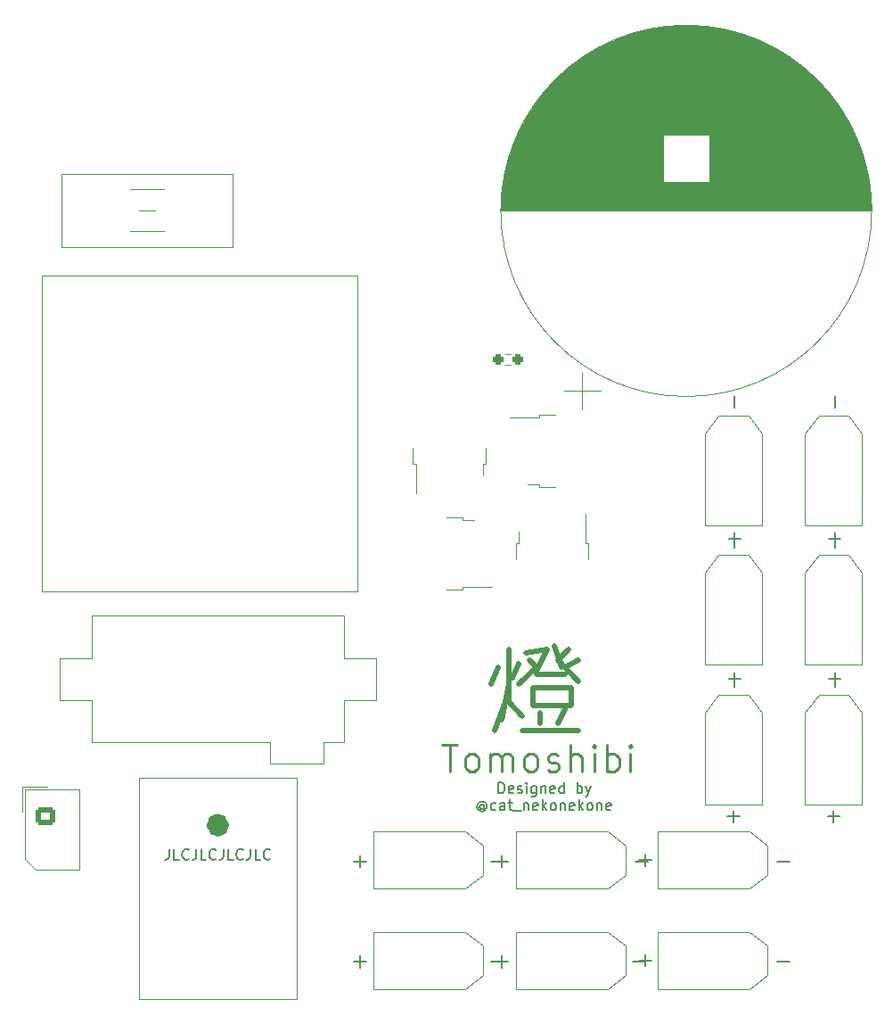
<source format=gbr>
%TF.GenerationSoftware,KiCad,Pcbnew,(6.0.11)*%
%TF.CreationDate,2024-02-29T08:21:51+09:00*%
%TF.ProjectId,LargePW,4c617267-6550-4572-9e6b-696361645f70,rev?*%
%TF.SameCoordinates,Original*%
%TF.FileFunction,Legend,Top*%
%TF.FilePolarity,Positive*%
%FSLAX46Y46*%
G04 Gerber Fmt 4.6, Leading zero omitted, Abs format (unit mm)*
G04 Created by KiCad (PCBNEW (6.0.11)) date 2024-02-29 08:21:51*
%MOMM*%
%LPD*%
G01*
G04 APERTURE LIST*
G04 Aperture macros list*
%AMRoundRect*
0 Rectangle with rounded corners*
0 $1 Rounding radius*
0 $2 $3 $4 $5 $6 $7 $8 $9 X,Y pos of 4 corners*
0 Add a 4 corners polygon primitive as box body*
4,1,4,$2,$3,$4,$5,$6,$7,$8,$9,$2,$3,0*
0 Add four circle primitives for the rounded corners*
1,1,$1+$1,$2,$3*
1,1,$1+$1,$4,$5*
1,1,$1+$1,$6,$7*
1,1,$1+$1,$8,$9*
0 Add four rect primitives between the rounded corners*
20,1,$1+$1,$2,$3,$4,$5,0*
20,1,$1+$1,$4,$5,$6,$7,0*
20,1,$1+$1,$6,$7,$8,$9,0*
20,1,$1+$1,$8,$9,$2,$3,0*%
G04 Aperture macros list end*
%ADD10C,0.470000*%
%ADD11C,0.130000*%
%ADD12C,0.270000*%
%ADD13C,0.150000*%
%ADD14C,0.120000*%
%ADD15C,1.060000*%
%ADD16O,9.000000X3.500000*%
%ADD17O,3.500000X9.000000*%
%ADD18R,3.800000X3.800000*%
%ADD19C,4.000000*%
%ADD20RoundRect,0.237500X0.250000X0.237500X-0.250000X0.237500X-0.250000X-0.237500X0.250000X-0.237500X0*%
%ADD21RoundRect,0.250000X-0.675000X0.600000X-0.675000X-0.600000X0.675000X-0.600000X0.675000X0.600000X0*%
%ADD22O,1.850000X1.700000*%
%ADD23C,2.780000*%
%ADD24R,2.200000X1.200000*%
%ADD25R,6.400000X5.800000*%
%ADD26O,4.000000X1.524000*%
%ADD27C,5.000000*%
%ADD28R,1.200000X2.200000*%
%ADD29R,5.800000X6.400000*%
%ADD30C,1.524000*%
%ADD31R,4.000000X4.000000*%
G04 APERTURE END LIST*
D10*
X135283333Y-116583333D02*
X137950000Y-116583333D01*
X134950000Y-119583333D02*
X138616666Y-119583333D01*
X133950000Y-121916666D02*
X139283333Y-121916666D01*
X134950000Y-117916666D02*
X134950000Y-119583333D01*
X134950000Y-117916666D02*
X138616666Y-117916666D01*
X138616666Y-119583333D01*
X132616666Y-114250000D02*
X132616666Y-119250000D01*
X133950000Y-120583333D01*
X137283333Y-115250000D02*
X139283333Y-117250000D01*
X139283333Y-115250000D02*
X137950000Y-115916666D01*
X134616666Y-115250000D02*
X135283333Y-115916666D01*
X133616666Y-117583333D01*
X138283333Y-114250000D02*
X137283333Y-115250000D01*
X135616666Y-120250000D02*
X135616666Y-121250000D01*
X136950000Y-113916666D02*
X137616666Y-115916666D01*
X137950000Y-119916666D02*
X137283333Y-121250000D01*
X133616666Y-115583333D02*
X132950000Y-116916666D01*
X132283333Y-119250000D02*
X131283333Y-121916666D01*
X134283333Y-114583333D02*
X136283333Y-114250000D01*
X135283333Y-116250000D01*
X131616666Y-115916666D02*
X130950000Y-117583333D01*
X132616666Y-117583333D02*
X131950000Y-120916666D01*
D11*
X131666666Y-127897380D02*
X131666666Y-126897380D01*
X131904761Y-126897380D01*
X132047619Y-126945000D01*
X132142857Y-127040238D01*
X132190476Y-127135476D01*
X132238095Y-127325952D01*
X132238095Y-127468809D01*
X132190476Y-127659285D01*
X132142857Y-127754523D01*
X132047619Y-127849761D01*
X131904761Y-127897380D01*
X131666666Y-127897380D01*
X133047619Y-127849761D02*
X132952380Y-127897380D01*
X132761904Y-127897380D01*
X132666666Y-127849761D01*
X132619047Y-127754523D01*
X132619047Y-127373571D01*
X132666666Y-127278333D01*
X132761904Y-127230714D01*
X132952380Y-127230714D01*
X133047619Y-127278333D01*
X133095238Y-127373571D01*
X133095238Y-127468809D01*
X132619047Y-127564047D01*
X133476190Y-127849761D02*
X133571428Y-127897380D01*
X133761904Y-127897380D01*
X133857142Y-127849761D01*
X133904761Y-127754523D01*
X133904761Y-127706904D01*
X133857142Y-127611666D01*
X133761904Y-127564047D01*
X133619047Y-127564047D01*
X133523809Y-127516428D01*
X133476190Y-127421190D01*
X133476190Y-127373571D01*
X133523809Y-127278333D01*
X133619047Y-127230714D01*
X133761904Y-127230714D01*
X133857142Y-127278333D01*
X134333333Y-127897380D02*
X134333333Y-127230714D01*
X134333333Y-126897380D02*
X134285714Y-126945000D01*
X134333333Y-126992619D01*
X134380952Y-126945000D01*
X134333333Y-126897380D01*
X134333333Y-126992619D01*
X135238095Y-127230714D02*
X135238095Y-128040238D01*
X135190476Y-128135476D01*
X135142857Y-128183095D01*
X135047619Y-128230714D01*
X134904761Y-128230714D01*
X134809523Y-128183095D01*
X135238095Y-127849761D02*
X135142857Y-127897380D01*
X134952380Y-127897380D01*
X134857142Y-127849761D01*
X134809523Y-127802142D01*
X134761904Y-127706904D01*
X134761904Y-127421190D01*
X134809523Y-127325952D01*
X134857142Y-127278333D01*
X134952380Y-127230714D01*
X135142857Y-127230714D01*
X135238095Y-127278333D01*
X135714285Y-127230714D02*
X135714285Y-127897380D01*
X135714285Y-127325952D02*
X135761904Y-127278333D01*
X135857142Y-127230714D01*
X136000000Y-127230714D01*
X136095238Y-127278333D01*
X136142857Y-127373571D01*
X136142857Y-127897380D01*
X137000000Y-127849761D02*
X136904761Y-127897380D01*
X136714285Y-127897380D01*
X136619047Y-127849761D01*
X136571428Y-127754523D01*
X136571428Y-127373571D01*
X136619047Y-127278333D01*
X136714285Y-127230714D01*
X136904761Y-127230714D01*
X137000000Y-127278333D01*
X137047619Y-127373571D01*
X137047619Y-127468809D01*
X136571428Y-127564047D01*
X137904761Y-127897380D02*
X137904761Y-126897380D01*
X137904761Y-127849761D02*
X137809523Y-127897380D01*
X137619047Y-127897380D01*
X137523809Y-127849761D01*
X137476190Y-127802142D01*
X137428571Y-127706904D01*
X137428571Y-127421190D01*
X137476190Y-127325952D01*
X137523809Y-127278333D01*
X137619047Y-127230714D01*
X137809523Y-127230714D01*
X137904761Y-127278333D01*
X139142857Y-127897380D02*
X139142857Y-126897380D01*
X139142857Y-127278333D02*
X139238095Y-127230714D01*
X139428571Y-127230714D01*
X139523809Y-127278333D01*
X139571428Y-127325952D01*
X139619047Y-127421190D01*
X139619047Y-127706904D01*
X139571428Y-127802142D01*
X139523809Y-127849761D01*
X139428571Y-127897380D01*
X139238095Y-127897380D01*
X139142857Y-127849761D01*
X139952380Y-127230714D02*
X140190476Y-127897380D01*
X140428571Y-127230714D02*
X140190476Y-127897380D01*
X140095238Y-128135476D01*
X140047619Y-128183095D01*
X139952380Y-128230714D01*
X130309523Y-129031190D02*
X130261904Y-128983571D01*
X130166666Y-128935952D01*
X130071428Y-128935952D01*
X129976190Y-128983571D01*
X129928571Y-129031190D01*
X129880952Y-129126428D01*
X129880952Y-129221666D01*
X129928571Y-129316904D01*
X129976190Y-129364523D01*
X130071428Y-129412142D01*
X130166666Y-129412142D01*
X130261904Y-129364523D01*
X130309523Y-129316904D01*
X130309523Y-128935952D02*
X130309523Y-129316904D01*
X130357142Y-129364523D01*
X130404761Y-129364523D01*
X130500000Y-129316904D01*
X130547619Y-129221666D01*
X130547619Y-128983571D01*
X130452380Y-128840714D01*
X130309523Y-128745476D01*
X130119047Y-128697857D01*
X129928571Y-128745476D01*
X129785714Y-128840714D01*
X129690476Y-128983571D01*
X129642857Y-129174047D01*
X129690476Y-129364523D01*
X129785714Y-129507380D01*
X129928571Y-129602619D01*
X130119047Y-129650238D01*
X130309523Y-129602619D01*
X130452380Y-129507380D01*
X131404761Y-129459761D02*
X131309523Y-129507380D01*
X131119047Y-129507380D01*
X131023809Y-129459761D01*
X130976190Y-129412142D01*
X130928571Y-129316904D01*
X130928571Y-129031190D01*
X130976190Y-128935952D01*
X131023809Y-128888333D01*
X131119047Y-128840714D01*
X131309523Y-128840714D01*
X131404761Y-128888333D01*
X132261904Y-129507380D02*
X132261904Y-128983571D01*
X132214285Y-128888333D01*
X132119047Y-128840714D01*
X131928571Y-128840714D01*
X131833333Y-128888333D01*
X132261904Y-129459761D02*
X132166666Y-129507380D01*
X131928571Y-129507380D01*
X131833333Y-129459761D01*
X131785714Y-129364523D01*
X131785714Y-129269285D01*
X131833333Y-129174047D01*
X131928571Y-129126428D01*
X132166666Y-129126428D01*
X132261904Y-129078809D01*
X132595238Y-128840714D02*
X132976190Y-128840714D01*
X132738095Y-128507380D02*
X132738095Y-129364523D01*
X132785714Y-129459761D01*
X132880952Y-129507380D01*
X132976190Y-129507380D01*
X133071428Y-129602619D02*
X133833333Y-129602619D01*
X134071428Y-128840714D02*
X134071428Y-129507380D01*
X134071428Y-128935952D02*
X134119047Y-128888333D01*
X134214285Y-128840714D01*
X134357142Y-128840714D01*
X134452380Y-128888333D01*
X134500000Y-128983571D01*
X134500000Y-129507380D01*
X135357142Y-129459761D02*
X135261904Y-129507380D01*
X135071428Y-129507380D01*
X134976190Y-129459761D01*
X134928571Y-129364523D01*
X134928571Y-128983571D01*
X134976190Y-128888333D01*
X135071428Y-128840714D01*
X135261904Y-128840714D01*
X135357142Y-128888333D01*
X135404761Y-128983571D01*
X135404761Y-129078809D01*
X134928571Y-129174047D01*
X135833333Y-129507380D02*
X135833333Y-128507380D01*
X135928571Y-129126428D02*
X136214285Y-129507380D01*
X136214285Y-128840714D02*
X135833333Y-129221666D01*
X136785714Y-129507380D02*
X136690476Y-129459761D01*
X136642857Y-129412142D01*
X136595238Y-129316904D01*
X136595238Y-129031190D01*
X136642857Y-128935952D01*
X136690476Y-128888333D01*
X136785714Y-128840714D01*
X136928571Y-128840714D01*
X137023809Y-128888333D01*
X137071428Y-128935952D01*
X137119047Y-129031190D01*
X137119047Y-129316904D01*
X137071428Y-129412142D01*
X137023809Y-129459761D01*
X136928571Y-129507380D01*
X136785714Y-129507380D01*
X137547619Y-128840714D02*
X137547619Y-129507380D01*
X137547619Y-128935952D02*
X137595238Y-128888333D01*
X137690476Y-128840714D01*
X137833333Y-128840714D01*
X137928571Y-128888333D01*
X137976190Y-128983571D01*
X137976190Y-129507380D01*
X138833333Y-129459761D02*
X138738095Y-129507380D01*
X138547619Y-129507380D01*
X138452380Y-129459761D01*
X138404761Y-129364523D01*
X138404761Y-128983571D01*
X138452380Y-128888333D01*
X138547619Y-128840714D01*
X138738095Y-128840714D01*
X138833333Y-128888333D01*
X138880952Y-128983571D01*
X138880952Y-129078809D01*
X138404761Y-129174047D01*
X139309523Y-129507380D02*
X139309523Y-128507380D01*
X139404761Y-129126428D02*
X139690476Y-129507380D01*
X139690476Y-128840714D02*
X139309523Y-129221666D01*
X140261904Y-129507380D02*
X140166666Y-129459761D01*
X140119047Y-129412142D01*
X140071428Y-129316904D01*
X140071428Y-129031190D01*
X140119047Y-128935952D01*
X140166666Y-128888333D01*
X140261904Y-128840714D01*
X140404761Y-128840714D01*
X140500000Y-128888333D01*
X140547619Y-128935952D01*
X140595238Y-129031190D01*
X140595238Y-129316904D01*
X140547619Y-129412142D01*
X140500000Y-129459761D01*
X140404761Y-129507380D01*
X140261904Y-129507380D01*
X141023809Y-128840714D02*
X141023809Y-129507380D01*
X141023809Y-128935952D02*
X141071428Y-128888333D01*
X141166666Y-128840714D01*
X141309523Y-128840714D01*
X141404761Y-128888333D01*
X141452380Y-128983571D01*
X141452380Y-129507380D01*
X142309523Y-129459761D02*
X142214285Y-129507380D01*
X142023809Y-129507380D01*
X141928571Y-129459761D01*
X141880952Y-129364523D01*
X141880952Y-128983571D01*
X141928571Y-128888333D01*
X142023809Y-128840714D01*
X142214285Y-128840714D01*
X142309523Y-128888333D01*
X142357142Y-128983571D01*
X142357142Y-129078809D01*
X141880952Y-129174047D01*
D12*
X126342857Y-123330952D02*
X127771428Y-123330952D01*
X127057142Y-125830952D02*
X127057142Y-123330952D01*
X128961904Y-125830952D02*
X128723809Y-125711904D01*
X128604761Y-125592857D01*
X128485714Y-125354761D01*
X128485714Y-124640476D01*
X128604761Y-124402380D01*
X128723809Y-124283333D01*
X128961904Y-124164285D01*
X129319047Y-124164285D01*
X129557142Y-124283333D01*
X129676190Y-124402380D01*
X129795238Y-124640476D01*
X129795238Y-125354761D01*
X129676190Y-125592857D01*
X129557142Y-125711904D01*
X129319047Y-125830952D01*
X128961904Y-125830952D01*
X130866666Y-125830952D02*
X130866666Y-124164285D01*
X130866666Y-124402380D02*
X130985714Y-124283333D01*
X131223809Y-124164285D01*
X131580952Y-124164285D01*
X131819047Y-124283333D01*
X131938095Y-124521428D01*
X131938095Y-125830952D01*
X131938095Y-124521428D02*
X132057142Y-124283333D01*
X132295238Y-124164285D01*
X132652380Y-124164285D01*
X132890476Y-124283333D01*
X133009523Y-124521428D01*
X133009523Y-125830952D01*
X134557142Y-125830952D02*
X134319047Y-125711904D01*
X134200000Y-125592857D01*
X134080952Y-125354761D01*
X134080952Y-124640476D01*
X134200000Y-124402380D01*
X134319047Y-124283333D01*
X134557142Y-124164285D01*
X134914285Y-124164285D01*
X135152380Y-124283333D01*
X135271428Y-124402380D01*
X135390476Y-124640476D01*
X135390476Y-125354761D01*
X135271428Y-125592857D01*
X135152380Y-125711904D01*
X134914285Y-125830952D01*
X134557142Y-125830952D01*
X136342857Y-125711904D02*
X136580952Y-125830952D01*
X137057142Y-125830952D01*
X137295238Y-125711904D01*
X137414285Y-125473809D01*
X137414285Y-125354761D01*
X137295238Y-125116666D01*
X137057142Y-124997619D01*
X136700000Y-124997619D01*
X136461904Y-124878571D01*
X136342857Y-124640476D01*
X136342857Y-124521428D01*
X136461904Y-124283333D01*
X136700000Y-124164285D01*
X137057142Y-124164285D01*
X137295238Y-124283333D01*
X138485714Y-125830952D02*
X138485714Y-123330952D01*
X139557142Y-125830952D02*
X139557142Y-124521428D01*
X139438095Y-124283333D01*
X139200000Y-124164285D01*
X138842857Y-124164285D01*
X138604761Y-124283333D01*
X138485714Y-124402380D01*
X140747619Y-125830952D02*
X140747619Y-124164285D01*
X140747619Y-123330952D02*
X140628571Y-123450000D01*
X140747619Y-123569047D01*
X140866666Y-123450000D01*
X140747619Y-123330952D01*
X140747619Y-123569047D01*
X141938095Y-125830952D02*
X141938095Y-123330952D01*
X141938095Y-124283333D02*
X142176190Y-124164285D01*
X142652380Y-124164285D01*
X142890476Y-124283333D01*
X143009523Y-124402380D01*
X143128571Y-124640476D01*
X143128571Y-125354761D01*
X143009523Y-125592857D01*
X142890476Y-125711904D01*
X142652380Y-125830952D01*
X142176190Y-125830952D01*
X141938095Y-125711904D01*
X144200000Y-125830952D02*
X144200000Y-124164285D01*
X144200000Y-123330952D02*
X144080952Y-123450000D01*
X144200000Y-123569047D01*
X144319047Y-123450000D01*
X144200000Y-123330952D01*
X144200000Y-123569047D01*
D13*
X100380952Y-133202380D02*
X100380952Y-133916666D01*
X100333333Y-134059523D01*
X100238095Y-134154761D01*
X100095238Y-134202380D01*
X100000000Y-134202380D01*
X101333333Y-134202380D02*
X100857142Y-134202380D01*
X100857142Y-133202380D01*
X102238095Y-134107142D02*
X102190476Y-134154761D01*
X102047619Y-134202380D01*
X101952380Y-134202380D01*
X101809523Y-134154761D01*
X101714285Y-134059523D01*
X101666666Y-133964285D01*
X101619047Y-133773809D01*
X101619047Y-133630952D01*
X101666666Y-133440476D01*
X101714285Y-133345238D01*
X101809523Y-133250000D01*
X101952380Y-133202380D01*
X102047619Y-133202380D01*
X102190476Y-133250000D01*
X102238095Y-133297619D01*
X102952380Y-133202380D02*
X102952380Y-133916666D01*
X102904761Y-134059523D01*
X102809523Y-134154761D01*
X102666666Y-134202380D01*
X102571428Y-134202380D01*
X103904761Y-134202380D02*
X103428571Y-134202380D01*
X103428571Y-133202380D01*
X104809523Y-134107142D02*
X104761904Y-134154761D01*
X104619047Y-134202380D01*
X104523809Y-134202380D01*
X104380952Y-134154761D01*
X104285714Y-134059523D01*
X104238095Y-133964285D01*
X104190476Y-133773809D01*
X104190476Y-133630952D01*
X104238095Y-133440476D01*
X104285714Y-133345238D01*
X104380952Y-133250000D01*
X104523809Y-133202380D01*
X104619047Y-133202380D01*
X104761904Y-133250000D01*
X104809523Y-133297619D01*
X105523809Y-133202380D02*
X105523809Y-133916666D01*
X105476190Y-134059523D01*
X105380952Y-134154761D01*
X105238095Y-134202380D01*
X105142857Y-134202380D01*
X106476190Y-134202380D02*
X106000000Y-134202380D01*
X106000000Y-133202380D01*
X107380952Y-134107142D02*
X107333333Y-134154761D01*
X107190476Y-134202380D01*
X107095238Y-134202380D01*
X106952380Y-134154761D01*
X106857142Y-134059523D01*
X106809523Y-133964285D01*
X106761904Y-133773809D01*
X106761904Y-133630952D01*
X106809523Y-133440476D01*
X106857142Y-133345238D01*
X106952380Y-133250000D01*
X107095238Y-133202380D01*
X107190476Y-133202380D01*
X107333333Y-133250000D01*
X107380952Y-133297619D01*
X108095238Y-133202380D02*
X108095238Y-133916666D01*
X108047619Y-134059523D01*
X107952380Y-134154761D01*
X107809523Y-134202380D01*
X107714285Y-134202380D01*
X109047619Y-134202380D02*
X108571428Y-134202380D01*
X108571428Y-133202380D01*
X109952380Y-134107142D02*
X109904761Y-134154761D01*
X109761904Y-134202380D01*
X109666666Y-134202380D01*
X109523809Y-134154761D01*
X109428571Y-134059523D01*
X109380952Y-133964285D01*
X109333333Y-133773809D01*
X109333333Y-133630952D01*
X109380952Y-133440476D01*
X109428571Y-133345238D01*
X109523809Y-133250000D01*
X109666666Y-133202380D01*
X109761904Y-133202380D01*
X109904761Y-133250000D01*
X109952380Y-133297619D01*
%TO.C,J2*%
X117928571Y-134357141D02*
X119071428Y-134357141D01*
X118500000Y-134928570D02*
X118500000Y-133785713D01*
X130928571Y-134357141D02*
X132071428Y-134357141D01*
%TO.C,J12*%
X154107142Y-104571428D02*
X154107142Y-103428571D01*
X154107142Y-117571428D02*
X154107142Y-116428571D01*
X154678571Y-117000000D02*
X153535714Y-117000000D01*
%TO.C,J3*%
X117928571Y-143857142D02*
X119071428Y-143857142D01*
X118500000Y-144428571D02*
X118500000Y-143285714D01*
X130928571Y-143857142D02*
X132071428Y-143857142D01*
%TO.C,J6*%
X154107142Y-91321428D02*
X154107142Y-90178571D01*
X154107142Y-104321428D02*
X154107142Y-103178571D01*
X154678571Y-103750000D02*
X153535714Y-103750000D01*
%TO.C,J9*%
X145607142Y-144321428D02*
X145607142Y-143178571D01*
X146178571Y-143750000D02*
X145035714Y-143750000D01*
X158178571Y-143857142D02*
X159321428Y-143857142D01*
%TO.C,J7*%
X163607142Y-91321428D02*
X163607142Y-90178571D01*
X163607142Y-104321428D02*
X163607142Y-103178571D01*
X164178571Y-103750000D02*
X163035714Y-103750000D01*
%TO.C,J4*%
X144678571Y-134357142D02*
X145821428Y-134357142D01*
X131428571Y-134357142D02*
X132571428Y-134357142D01*
X132000000Y-134928571D02*
X132000000Y-133785714D01*
%TO.C,J10*%
X153428571Y-130107142D02*
X154571428Y-130107142D01*
X154000000Y-130678571D02*
X154000000Y-129535714D01*
X154107142Y-117821428D02*
X154107142Y-116678571D01*
%TO.C,J11*%
X162928571Y-130107142D02*
X164071428Y-130107142D01*
X163500000Y-130678571D02*
X163500000Y-129535714D01*
X163607142Y-117821428D02*
X163607142Y-116678571D01*
%TO.C,J5*%
X144428571Y-143857142D02*
X145571428Y-143857142D01*
X131428571Y-143857143D02*
X132571428Y-143857143D01*
X132000000Y-144428572D02*
X132000000Y-143285715D01*
%TO.C,J13*%
X163607142Y-117571428D02*
X163607142Y-116428571D01*
X164178571Y-117000000D02*
X163035714Y-117000000D01*
X163607142Y-104571428D02*
X163607142Y-103428571D01*
%TO.C,J8*%
X158178571Y-134357142D02*
X159321428Y-134357142D01*
X145607142Y-134821428D02*
X145607142Y-133678571D01*
X146178571Y-134250000D02*
X145035714Y-134250000D01*
D14*
%TO.C,K1*%
X88250000Y-78750000D02*
X118250000Y-78750000D01*
X118250000Y-78750000D02*
X118250000Y-108750000D01*
X118250000Y-108750000D02*
X88250000Y-108750000D01*
X88250000Y-108750000D02*
X88250000Y-78750000D01*
%TO.C,J2*%
X128510000Y-131539999D02*
X119790000Y-131539999D01*
X119790000Y-136959999D02*
X119790000Y-131539999D01*
X130210000Y-135659999D02*
X130210000Y-132839999D01*
X128510000Y-136959999D02*
X119790000Y-136959999D01*
X130210000Y-132839999D02*
X128510000Y-131539999D01*
X130210000Y-135659999D02*
X128510000Y-136959999D01*
%TO.C,J12*%
X151290000Y-106990000D02*
X151290000Y-115710000D01*
X156710000Y-106990000D02*
X156710000Y-115710000D01*
X155410000Y-105290000D02*
X152590000Y-105290000D01*
X156710000Y-115710000D02*
X151290000Y-115710000D01*
X152590000Y-105290000D02*
X151290000Y-106990000D01*
X155410000Y-105290000D02*
X156710000Y-106990000D01*
%TO.C,J3*%
X128510000Y-146460000D02*
X119790000Y-146460000D01*
X119790000Y-146460000D02*
X119790000Y-141040000D01*
X130210000Y-142340000D02*
X128510000Y-141040000D01*
X130210000Y-145160000D02*
X128510000Y-146460000D01*
X128510000Y-141040000D02*
X119790000Y-141040000D01*
X130210000Y-145160000D02*
X130210000Y-142340000D01*
%TO.C,J6*%
X156710000Y-102460000D02*
X151290000Y-102460000D01*
X152590000Y-92040000D02*
X151290000Y-93740000D01*
X155410000Y-92040000D02*
X156710000Y-93740000D01*
X151290000Y-93740000D02*
X151290000Y-102460000D01*
X156710000Y-93740000D02*
X156710000Y-102460000D01*
X155410000Y-92040000D02*
X152590000Y-92040000D01*
%TO.C,R7*%
X132842224Y-86227500D02*
X132332776Y-86227500D01*
X132842224Y-87272500D02*
X132332776Y-87272500D01*
%TO.C,J1*%
X91810000Y-135160000D02*
X91810000Y-127540000D01*
X87690000Y-135160000D02*
X91810000Y-135160000D01*
X86690000Y-134160000D02*
X87690000Y-135160000D01*
X86690000Y-127540000D02*
X86690000Y-134160000D01*
X86390000Y-127240000D02*
X86390000Y-129650000D01*
X88800000Y-127240000D02*
X86390000Y-127240000D01*
X91810000Y-127540000D02*
X86690000Y-127540000D01*
%TO.C,J9*%
X155510000Y-146460000D02*
X146790000Y-146460000D01*
X157210000Y-145160000D02*
X157210000Y-142340000D01*
X157210000Y-142340000D02*
X155510000Y-141040000D01*
X146790000Y-146460000D02*
X146790000Y-141040000D01*
X155510000Y-141040000D02*
X146790000Y-141040000D01*
X157210000Y-145160000D02*
X155510000Y-146460000D01*
%TO.C,J7*%
X164910000Y-92040000D02*
X162090000Y-92040000D01*
X166210000Y-102460000D02*
X160790000Y-102460000D01*
X160790000Y-93740000D02*
X160790000Y-102460000D01*
X162090000Y-92040000D02*
X160790000Y-93740000D01*
X164910000Y-92040000D02*
X166210000Y-93740000D01*
X166210000Y-93740000D02*
X166210000Y-102460000D01*
%TO.C,J4*%
X143710000Y-135660000D02*
X142010000Y-136960000D01*
X133290000Y-136960000D02*
X133290000Y-131540000D01*
X143710000Y-135660000D02*
X143710000Y-132840000D01*
X142010000Y-136960000D02*
X133290000Y-136960000D01*
X142010000Y-131540000D02*
X133290000Y-131540000D01*
X143710000Y-132840000D02*
X142010000Y-131540000D01*
%TO.C,F1*%
X99890000Y-74550000D02*
X96690000Y-74550000D01*
X96690000Y-70550000D02*
X99890000Y-70550000D01*
X106390000Y-76020000D02*
X106390000Y-69080000D01*
X90190000Y-69080000D02*
X90190000Y-76020000D01*
X99040000Y-72550000D02*
X97540000Y-72550000D01*
X106390000Y-69080000D02*
X90190000Y-69080000D01*
X90190000Y-76020000D02*
X106390000Y-76020000D01*
%TO.C,J10*%
X156710000Y-120240000D02*
X156710000Y-128960000D01*
X156710000Y-128960000D02*
X151290000Y-128960000D01*
X151290000Y-120240000D02*
X151290000Y-128960000D01*
X155410000Y-118540000D02*
X156710000Y-120240000D01*
X155410000Y-118540000D02*
X152590000Y-118540000D01*
X152590000Y-118540000D02*
X151290000Y-120240000D01*
%TO.C,J11*%
X166210000Y-120240000D02*
X166210000Y-128960000D01*
X164910000Y-118540000D02*
X166210000Y-120240000D01*
X160790000Y-120240000D02*
X160790000Y-128960000D01*
X164910000Y-118540000D02*
X162090000Y-118540000D01*
X166210000Y-128960000D02*
X160790000Y-128960000D01*
X162090000Y-118540000D02*
X160790000Y-120240000D01*
%TO.C,J5*%
X143710000Y-142340001D02*
X142010000Y-141040001D01*
X142010000Y-141040001D02*
X133290000Y-141040001D01*
X133290000Y-146460001D02*
X133290000Y-141040001D01*
X143710000Y-145160001D02*
X143710000Y-142340001D01*
X143710000Y-145160001D02*
X142010000Y-146460001D01*
X142010000Y-146460001D02*
X133290000Y-146460001D01*
%TO.C,Q1*%
X128220000Y-101970000D02*
X129320000Y-101970000D01*
X126720000Y-108600000D02*
X128220000Y-108600000D01*
X128220000Y-108600000D02*
X128220000Y-108330000D01*
X128220000Y-108330000D02*
X131050000Y-108330000D01*
X128220000Y-101700000D02*
X128220000Y-101970000D01*
X126720000Y-101700000D02*
X128220000Y-101700000D01*
%TO.C,J13*%
X160790000Y-106990000D02*
X160790000Y-115710000D01*
X162090000Y-105290000D02*
X160790000Y-106990000D01*
X164910000Y-105290000D02*
X166210000Y-106990000D01*
X166210000Y-106990000D02*
X166210000Y-115710000D01*
X166210000Y-115710000D02*
X160790000Y-115710000D01*
X164910000Y-105290000D02*
X162090000Y-105290000D01*
%TO.C,SW1*%
X97500000Y-126428349D02*
X112500000Y-126428349D01*
X112500000Y-126428349D02*
X112500000Y-147428349D01*
X112500000Y-147428349D02*
X97500000Y-147428349D01*
X97500000Y-147428349D02*
X97500000Y-126428349D01*
D15*
X105530000Y-130928349D02*
G75*
G03*
X105530000Y-130928349I-530000J0D01*
G01*
D14*
%TO.C,H1*%
X124250000Y-72250000D02*
G75*
G03*
X124250000Y-72250000I-2250000J0D01*
G01*
%TO.C,Q4*%
X133570000Y-104180000D02*
X133570000Y-103080000D01*
X133300000Y-104180000D02*
X133570000Y-104180000D01*
X140200000Y-104180000D02*
X139930000Y-104180000D01*
X139930000Y-104180000D02*
X139930000Y-101350000D01*
X133300000Y-105680000D02*
X133300000Y-104180000D01*
X140200000Y-105680000D02*
X140200000Y-104180000D01*
%TO.C,J8*%
X146790000Y-136960000D02*
X146790000Y-131540000D01*
X157210000Y-135660000D02*
X155510000Y-136960000D01*
X155510000Y-136960000D02*
X146790000Y-136960000D01*
X157210000Y-132840000D02*
X155510000Y-131540000D01*
X155510000Y-131540000D02*
X146790000Y-131540000D01*
X157210000Y-135660000D02*
X157210000Y-132840000D01*
%TO.C,MES1*%
X90000000Y-115050000D02*
X90000000Y-119050000D01*
X93000000Y-123050000D02*
X110000000Y-123050000D01*
X120000000Y-119050000D02*
X120000000Y-115050000D01*
X93000000Y-115050000D02*
X90000000Y-115050000D01*
X115000000Y-125050000D02*
X115000000Y-123050000D01*
X117000000Y-119050000D02*
X120000000Y-119050000D01*
X110000000Y-125050000D02*
X115000000Y-125050000D01*
X115000000Y-123050000D02*
X117000000Y-123050000D01*
X117000000Y-111050000D02*
X93000000Y-111050000D01*
X120000000Y-115050000D02*
X117000000Y-115050000D01*
X117000000Y-123050000D02*
X117000000Y-119050000D01*
X117000000Y-115050000D02*
X117000000Y-111050000D01*
X93000000Y-111050000D02*
X93000000Y-115050000D01*
X110000000Y-123050000D02*
X110000000Y-125050000D01*
X93000000Y-119050000D02*
X93000000Y-123050000D01*
X90000000Y-119050000D02*
X93000000Y-119050000D01*
%TO.C,H2*%
X113250000Y-72250000D02*
G75*
G03*
X113250000Y-72250000I-2250000J0D01*
G01*
%TO.C,Q2*%
X130180000Y-96620000D02*
X130180000Y-97720000D01*
X123820000Y-96620000D02*
X123820000Y-99450000D01*
X123550000Y-96620000D02*
X123820000Y-96620000D01*
X130450000Y-95120000D02*
X130450000Y-96620000D01*
X123550000Y-95120000D02*
X123550000Y-96620000D01*
X130450000Y-96620000D02*
X130180000Y-96620000D01*
%TO.C,Q3*%
X135530000Y-98850000D02*
X135530000Y-98580000D01*
X137030000Y-91950000D02*
X135530000Y-91950000D01*
X137030000Y-98850000D02*
X135530000Y-98850000D01*
X135530000Y-92220000D02*
X132700000Y-92220000D01*
X135530000Y-91950000D02*
X135530000Y-92220000D01*
X135530000Y-98580000D02*
X134430000Y-98580000D01*
%TO.C,C2*%
X134713000Y-63099000D02*
X164287000Y-63099000D01*
X133458000Y-65418000D02*
X147260000Y-65418000D01*
X135970000Y-61379000D02*
X163030000Y-61379000D01*
X133235000Y-65938000D02*
X147260000Y-65938000D01*
X138434000Y-58939000D02*
X160566000Y-58939000D01*
X132755000Y-67258000D02*
X147260000Y-67258000D01*
X132901000Y-66818000D02*
X147260000Y-66818000D01*
X132742000Y-67298000D02*
X147260000Y-67298000D01*
X151740000Y-66178000D02*
X165861000Y-66178000D01*
X133643000Y-65018000D02*
X165357000Y-65018000D01*
X133902000Y-64498000D02*
X165098000Y-64498000D01*
X134611000Y-63259000D02*
X164389000Y-63259000D01*
X134072000Y-64179000D02*
X164928000Y-64179000D01*
X133154000Y-66138000D02*
X147260000Y-66138000D01*
X151740000Y-67458000D02*
X166308000Y-67458000D01*
X132068000Y-70338000D02*
X166932000Y-70338000D01*
X131933000Y-71939000D02*
X167067000Y-71939000D01*
X132888000Y-66858000D02*
X147260000Y-66858000D01*
X132150000Y-69778000D02*
X147260000Y-69778000D01*
X151740000Y-66458000D02*
X165969000Y-66458000D01*
X136904000Y-60339000D02*
X162096000Y-60339000D01*
X134923000Y-62779000D02*
X164077000Y-62779000D01*
X143980000Y-55899000D02*
X155020000Y-55899000D01*
X151740000Y-68978000D02*
X166700000Y-68978000D01*
X133285000Y-65818000D02*
X147260000Y-65818000D01*
X131934000Y-71898000D02*
X167066000Y-71898000D01*
X135005000Y-62659000D02*
X163995000Y-62659000D01*
X151740000Y-67978000D02*
X166459000Y-67978000D01*
X133512000Y-65298000D02*
X165488000Y-65298000D01*
X151740000Y-69378000D02*
X166780000Y-69378000D01*
X135617000Y-61819000D02*
X163383000Y-61819000D01*
X151740000Y-66498000D02*
X165984000Y-66498000D01*
X135586000Y-61859000D02*
X163414000Y-61859000D01*
X132806000Y-67098000D02*
X147260000Y-67098000D01*
X137559000Y-59699000D02*
X161441000Y-59699000D01*
X139000000Y-58499000D02*
X160000000Y-58499000D01*
X151740000Y-66858000D02*
X166112000Y-66858000D01*
X131940000Y-71778000D02*
X167060000Y-71778000D01*
X132267000Y-69138000D02*
X147260000Y-69138000D01*
X151740000Y-68858000D02*
X166675000Y-68858000D01*
X151740000Y-69098000D02*
X166725000Y-69098000D01*
X133370000Y-65618000D02*
X147260000Y-65618000D01*
X134463000Y-63499000D02*
X164537000Y-63499000D01*
X131922000Y-72339000D02*
X167078000Y-72339000D01*
X147665000Y-55099000D02*
X151335000Y-55099000D01*
X133387000Y-65578000D02*
X147260000Y-65578000D01*
X136312000Y-60979000D02*
X162688000Y-60979000D01*
X151740000Y-68378000D02*
X166563000Y-68378000D01*
X146764000Y-55219000D02*
X152236000Y-55219000D01*
X142425000Y-56499000D02*
X156575000Y-56499000D01*
X133219000Y-65978000D02*
X147260000Y-65978000D01*
X133092000Y-66298000D02*
X147260000Y-66298000D01*
X151740000Y-67418000D02*
X166296000Y-67418000D01*
X151740000Y-68778000D02*
X166657000Y-68778000D01*
X135201000Y-62379000D02*
X163799000Y-62379000D01*
X132520000Y-68058000D02*
X147260000Y-68058000D01*
X133840000Y-64618000D02*
X165160000Y-64618000D01*
X151740000Y-67218000D02*
X166233000Y-67218000D01*
X136637000Y-60619000D02*
X162363000Y-60619000D01*
X132078000Y-70258000D02*
X166922000Y-70258000D01*
X133567000Y-65178000D02*
X165433000Y-65178000D01*
X132930000Y-66738000D02*
X147260000Y-66738000D01*
X151740000Y-66778000D02*
X166085000Y-66778000D01*
X151740000Y-66538000D02*
X165998000Y-66538000D01*
X132198000Y-69498000D02*
X147260000Y-69498000D01*
X134687000Y-63139000D02*
X164313000Y-63139000D01*
X140040000Y-57779000D02*
X158960000Y-57779000D01*
X139978000Y-57819000D02*
X159022000Y-57819000D01*
X132704000Y-67418000D02*
X147260000Y-67418000D01*
X145900000Y-55379000D02*
X153100000Y-55379000D01*
X135172000Y-62419000D02*
X163828000Y-62419000D01*
X138635000Y-58779000D02*
X160365000Y-58779000D01*
X132944000Y-66698000D02*
X147260000Y-66698000D01*
X138685000Y-58739000D02*
X160315000Y-58739000D01*
X132427000Y-68418000D02*
X147260000Y-68418000D01*
X131936000Y-71858000D02*
X167064000Y-71858000D01*
X141822000Y-56779000D02*
X157178000Y-56779000D01*
X134817000Y-62939000D02*
X164183000Y-62939000D01*
X135904000Y-61459000D02*
X163096000Y-61459000D01*
X143411000Y-56099000D02*
X155589000Y-56099000D01*
X131966000Y-71338000D02*
X167034000Y-71338000D01*
X131985000Y-71098000D02*
X167015000Y-71098000D01*
X133530000Y-65258000D02*
X165470000Y-65258000D01*
X135435000Y-62059000D02*
X163565000Y-62059000D01*
X136173000Y-61139000D02*
X162827000Y-61139000D01*
X132191000Y-69538000D02*
X147260000Y-69538000D01*
X137959000Y-59339000D02*
X161041000Y-59339000D01*
X151740000Y-69258000D02*
X166757000Y-69258000D01*
X134977000Y-62699000D02*
X164023000Y-62699000D01*
X131928000Y-72059000D02*
X167072000Y-72059000D01*
X133549000Y-65218000D02*
X165451000Y-65218000D01*
X132767000Y-67218000D02*
X147260000Y-67218000D01*
X131923000Y-72259000D02*
X167077000Y-72259000D01*
X133186000Y-66058000D02*
X147260000Y-66058000D01*
X151740000Y-67738000D02*
X166391000Y-67738000D01*
X151740000Y-68178000D02*
X166512000Y-68178000D01*
X136788000Y-60459000D02*
X162212000Y-60459000D01*
X134206000Y-63939000D02*
X164794000Y-63939000D01*
X151740000Y-65858000D02*
X165732000Y-65858000D01*
X151740000Y-69698000D02*
X166837000Y-69698000D01*
X140560000Y-57459000D02*
X158440000Y-57459000D01*
X133318000Y-65738000D02*
X147260000Y-65738000D01*
X151740000Y-68458000D02*
X166582000Y-68458000D01*
X142800000Y-56339000D02*
X156200000Y-56339000D01*
X139053000Y-58459000D02*
X159947000Y-58459000D01*
X135060000Y-62579000D02*
X163940000Y-62579000D01*
X140230000Y-57659000D02*
X158770000Y-57659000D01*
X151740000Y-67578000D02*
X166344000Y-67578000D01*
X133016000Y-66498000D02*
X147260000Y-66498000D01*
X132283000Y-69058000D02*
X147260000Y-69058000D01*
X134274000Y-63819000D02*
X164726000Y-63819000D01*
X151740000Y-67658000D02*
X166368000Y-67658000D01*
X134512000Y-63419000D02*
X164488000Y-63419000D01*
X151740000Y-69618000D02*
X166823000Y-69618000D01*
X132057000Y-70418000D02*
X166943000Y-70418000D01*
X144487000Y-55739000D02*
X154513000Y-55739000D01*
X131920000Y-72499000D02*
X167080000Y-72499000D01*
X151740000Y-66138000D02*
X165846000Y-66138000D01*
X139735000Y-57979000D02*
X159265000Y-57979000D01*
X131969000Y-71298000D02*
X167031000Y-71298000D01*
X140166000Y-57699000D02*
X158834000Y-57699000D01*
X151740000Y-69658000D02*
X166830000Y-69658000D01*
X142610000Y-56419000D02*
X156390000Y-56419000D01*
X132213000Y-69418000D02*
X147260000Y-69418000D01*
X132259000Y-69178000D02*
X147260000Y-69178000D01*
X138288000Y-59059000D02*
X160712000Y-59059000D01*
X134183000Y-63979000D02*
X164817000Y-63979000D01*
X151740000Y-67498000D02*
X166320000Y-67498000D01*
X132101000Y-70098000D02*
X166899000Y-70098000D01*
X142897000Y-56299000D02*
X156103000Y-56299000D01*
X132291000Y-69018000D02*
X147260000Y-69018000D01*
X136347000Y-60939000D02*
X162653000Y-60939000D01*
X132499000Y-68138000D02*
X147260000Y-68138000D01*
X131950000Y-71578000D02*
X167050000Y-71578000D01*
X151740000Y-65978000D02*
X165781000Y-65978000D01*
X137101000Y-60139000D02*
X161899000Y-60139000D01*
X135229000Y-62339000D02*
X163771000Y-62339000D01*
X135743000Y-61659000D02*
X163257000Y-61659000D01*
X133760000Y-64778000D02*
X165240000Y-64778000D01*
X132008000Y-70858000D02*
X166992000Y-70858000D01*
X135032000Y-62619000D02*
X163968000Y-62619000D01*
X136003000Y-61339000D02*
X162997000Y-61339000D01*
X139500000Y-58139000D02*
X159500000Y-58139000D01*
X135495000Y-61979000D02*
X163505000Y-61979000D01*
X132137000Y-69858000D02*
X147260000Y-69858000D01*
X135872000Y-61499000D02*
X163128000Y-61499000D01*
X151740000Y-66378000D02*
X165939000Y-66378000D01*
X132251000Y-69218000D02*
X147260000Y-69218000D01*
X151740000Y-68618000D02*
X166620000Y-68618000D01*
X134008000Y-64299000D02*
X164992000Y-64299000D01*
X132038000Y-70578000D02*
X166962000Y-70578000D01*
X132095000Y-70138000D02*
X166905000Y-70138000D01*
X132915000Y-66778000D02*
X147260000Y-66778000D01*
X141988000Y-56699000D02*
X157012000Y-56699000D01*
X137646000Y-59619000D02*
X161354000Y-59619000D01*
X148087000Y-55059000D02*
X150913000Y-55059000D01*
X151740000Y-65898000D02*
X165749000Y-65898000D01*
X133202000Y-66018000D02*
X147260000Y-66018000D01*
X141197000Y-57099000D02*
X157803000Y-57099000D01*
X132820000Y-67058000D02*
X147260000Y-67058000D01*
X137264000Y-59979000D02*
X161736000Y-59979000D01*
X151740000Y-69218000D02*
X166749000Y-69218000D01*
X134488000Y-63459000D02*
X164512000Y-63459000D01*
X136675000Y-60579000D02*
X162325000Y-60579000D01*
X136750000Y-60499000D02*
X162250000Y-60499000D01*
X133139000Y-66178000D02*
X147260000Y-66178000D01*
X132575000Y-67858000D02*
X147260000Y-67858000D01*
X132447000Y-68338000D02*
X147260000Y-68338000D01*
X138145000Y-59179000D02*
X160855000Y-59179000D01*
X135807000Y-61579000D02*
X163193000Y-61579000D01*
X139558000Y-58099000D02*
X159442000Y-58099000D01*
X131963000Y-71378000D02*
X167037000Y-71378000D01*
X131953000Y-71538000D02*
X167047000Y-71538000D01*
X131920000Y-72579000D02*
X167080000Y-72579000D01*
X133923000Y-64458000D02*
X165077000Y-64458000D01*
X132243000Y-69258000D02*
X147260000Y-69258000D01*
X132729000Y-67338000D02*
X147260000Y-67338000D01*
X133301000Y-65778000D02*
X147260000Y-65778000D01*
X151740000Y-66658000D02*
X166042000Y-66658000D01*
X138193000Y-59139000D02*
X160807000Y-59139000D01*
X151740000Y-65938000D02*
X165765000Y-65938000D01*
X131922000Y-72299000D02*
X167078000Y-72299000D01*
X133268000Y-65858000D02*
X147260000Y-65858000D01*
X137182000Y-60059000D02*
X161818000Y-60059000D01*
X132235000Y-69298000D02*
X147260000Y-69298000D01*
X131978000Y-71178000D02*
X167022000Y-71178000D01*
X132043000Y-70538000D02*
X166957000Y-70538000D01*
X132586000Y-67818000D02*
X147260000Y-67818000D01*
X151740000Y-68498000D02*
X166592000Y-68498000D01*
X142247000Y-56579000D02*
X156753000Y-56579000D01*
X151740000Y-66618000D02*
X166027000Y-66618000D01*
X133123000Y-66218000D02*
X147260000Y-66218000D01*
X132004000Y-70898000D02*
X166996000Y-70898000D01*
X145211000Y-55539000D02*
X153789000Y-55539000D01*
X144355000Y-55779000D02*
X154645000Y-55779000D01*
X132205000Y-69458000D02*
X147260000Y-69458000D01*
X132563000Y-67898000D02*
X147260000Y-67898000D01*
X133586000Y-65138000D02*
X165414000Y-65138000D01*
X142159000Y-56619000D02*
X156841000Y-56619000D01*
X137305000Y-59939000D02*
X161695000Y-59939000D01*
X132780000Y-67178000D02*
X147260000Y-67178000D01*
X136527000Y-60739000D02*
X162473000Y-60739000D01*
X131960000Y-71418000D02*
X167040000Y-71418000D01*
X140627000Y-57419000D02*
X158373000Y-57419000D01*
X134636000Y-63219000D02*
X164364000Y-63219000D01*
X132597000Y-67778000D02*
X147260000Y-67778000D01*
X151740000Y-68738000D02*
X166648000Y-68738000D01*
X135711000Y-61699000D02*
X163289000Y-61699000D01*
X133944000Y-64419000D02*
X165056000Y-64419000D01*
X151740000Y-69858000D02*
X166863000Y-69858000D01*
X131944000Y-71698000D02*
X167056000Y-71698000D01*
X132541000Y-67978000D02*
X147260000Y-67978000D01*
X151740000Y-66978000D02*
X166153000Y-66978000D01*
X137868000Y-59419000D02*
X161132000Y-59419000D01*
X132112000Y-70018000D02*
X166888000Y-70018000D01*
X151740000Y-68138000D02*
X166501000Y-68138000D01*
X151740000Y-67338000D02*
X166271000Y-67338000D01*
X136383000Y-60899000D02*
X162617000Y-60899000D01*
X131955000Y-71498000D02*
X167045000Y-71498000D01*
X131920000Y-72619000D02*
X167080000Y-72619000D01*
X133965000Y-64379000D02*
X165035000Y-64379000D01*
X139625000Y-91473002D02*
X139625000Y-87973002D01*
X151740000Y-66018000D02*
X165798000Y-66018000D01*
X132717000Y-67378000D02*
X147260000Y-67378000D01*
X142996000Y-56259000D02*
X156004000Y-56259000D01*
X134738000Y-63059000D02*
X164262000Y-63059000D01*
X136943000Y-60299000D02*
X162057000Y-60299000D01*
X151740000Y-68898000D02*
X166683000Y-68898000D01*
X133031000Y-66458000D02*
X147260000Y-66458000D01*
X132033000Y-70618000D02*
X166967000Y-70618000D01*
X138005000Y-59299000D02*
X160995000Y-59299000D01*
X151740000Y-67098000D02*
X166194000Y-67098000D01*
X137516000Y-59739000D02*
X161484000Y-59739000D01*
X135465000Y-62019000D02*
X163535000Y-62019000D01*
X133422000Y-65498000D02*
X147260000Y-65498000D01*
X131920000Y-72539000D02*
X167080000Y-72539000D01*
X151740000Y-66938000D02*
X166140000Y-66938000D01*
X133624000Y-65058000D02*
X165376000Y-65058000D01*
X142704000Y-56379000D02*
X156296000Y-56379000D01*
X132620000Y-67698000D02*
X147260000Y-67698000D01*
X132352000Y-68738000D02*
X147260000Y-68738000D01*
X151740000Y-67138000D02*
X166207000Y-67138000D01*
X133780000Y-64738000D02*
X165220000Y-64738000D01*
X132408000Y-68498000D02*
X147260000Y-68498000D01*
X136104000Y-61219000D02*
X162896000Y-61219000D01*
X132973000Y-66618000D02*
X147260000Y-66618000D01*
X137389000Y-59859000D02*
X161611000Y-59859000D01*
X145372000Y-55499000D02*
X153628000Y-55499000D01*
X139217000Y-58339000D02*
X159783000Y-58339000D01*
X137913000Y-59379000D02*
X161087000Y-59379000D01*
X133605000Y-65098000D02*
X165395000Y-65098000D01*
X131930000Y-72019000D02*
X167070000Y-72019000D01*
X141272000Y-57059000D02*
X157728000Y-57059000D01*
X151740000Y-66818000D02*
X166099000Y-66818000D01*
X132847000Y-66978000D02*
X147260000Y-66978000D01*
X151740000Y-69138000D02*
X166733000Y-69138000D01*
X131938000Y-71818000D02*
X167062000Y-71818000D01*
X151740000Y-65578000D02*
X165613000Y-65578000D01*
X151740000Y-66738000D02*
X166070000Y-66738000D01*
X132163000Y-69698000D02*
X147260000Y-69698000D01*
X151740000Y-68098000D02*
X166491000Y-68098000D01*
X139273000Y-58299000D02*
X159727000Y-58299000D01*
X151740000Y-68018000D02*
X166469000Y-68018000D01*
X133800000Y-64698000D02*
X165200000Y-64698000D01*
X146302000Y-55299000D02*
X152698000Y-55299000D01*
X136277000Y-61019000D02*
X162723000Y-61019000D01*
X132029000Y-70658000D02*
X166971000Y-70658000D01*
X133662000Y-64978000D02*
X165338000Y-64978000D01*
X135649000Y-61779000D02*
X163351000Y-61779000D01*
X132170000Y-69658000D02*
X147260000Y-69658000D01*
X132125000Y-69938000D02*
X166875000Y-69938000D01*
X143861000Y-55939000D02*
X155139000Y-55939000D01*
X135556000Y-61899000D02*
X163444000Y-61899000D01*
X151740000Y-67058000D02*
X166180000Y-67058000D01*
X132418000Y-68458000D02*
X147260000Y-68458000D01*
X133440000Y-65458000D02*
X147260000Y-65458000D01*
X137141000Y-60099000D02*
X161859000Y-60099000D01*
X144102000Y-55859000D02*
X154898000Y-55859000D01*
X143520000Y-56059000D02*
X155480000Y-56059000D01*
X132177000Y-69618000D02*
X147260000Y-69618000D01*
X134094000Y-64139000D02*
X164906000Y-64139000D01*
X137602000Y-59659000D02*
X161398000Y-59659000D01*
X131996000Y-70978000D02*
X167004000Y-70978000D01*
X151740000Y-67938000D02*
X166448000Y-67938000D01*
X133820000Y-64658000D02*
X165180000Y-64658000D01*
X134896000Y-62819000D02*
X164104000Y-62819000D01*
X140103000Y-57739000D02*
X158897000Y-57739000D01*
X151740000Y-69578000D02*
X166816000Y-69578000D01*
X131921000Y-72419000D02*
X167079000Y-72419000D01*
X133046000Y-66418000D02*
X147260000Y-66418000D01*
X134251000Y-63859000D02*
X164749000Y-63859000D01*
X140295000Y-57619000D02*
X158705000Y-57619000D01*
X132668000Y-67538000D02*
X147260000Y-67538000D01*
X132361000Y-68698000D02*
X147260000Y-68698000D01*
X151740000Y-67618000D02*
X166356000Y-67618000D01*
X134161000Y-64019000D02*
X164839000Y-64019000D01*
X132457000Y-68298000D02*
X147260000Y-68298000D01*
X135680000Y-61739000D02*
X163320000Y-61739000D01*
X132048000Y-70498000D02*
X166952000Y-70498000D01*
X131972000Y-71258000D02*
X167028000Y-71258000D01*
X134415000Y-63579000D02*
X164585000Y-63579000D01*
X151740000Y-68938000D02*
X166692000Y-68938000D01*
X151740000Y-65538000D02*
X165595000Y-65538000D01*
X136826000Y-60419000D02*
X162174000Y-60419000D01*
X133861000Y-64578000D02*
X165139000Y-64578000D01*
X151740000Y-69418000D02*
X166787000Y-69418000D01*
X137223000Y-60019000D02*
X161777000Y-60019000D01*
X132275000Y-69098000D02*
X147260000Y-69098000D01*
X131989000Y-71058000D02*
X167011000Y-71058000D01*
X132343000Y-68778000D02*
X147260000Y-68778000D01*
X139385000Y-58219000D02*
X159615000Y-58219000D01*
X137473000Y-59779000D02*
X161527000Y-59779000D01*
X139616000Y-58059000D02*
X159384000Y-58059000D01*
X143305000Y-56139000D02*
X155695000Y-56139000D01*
X151740000Y-66578000D02*
X166013000Y-66578000D01*
X134297000Y-63779000D02*
X164703000Y-63779000D01*
X151740000Y-68658000D02*
X166630000Y-68658000D01*
X131927000Y-72099000D02*
X167073000Y-72099000D01*
X136037000Y-61299000D02*
X162963000Y-61299000D01*
X151740000Y-65658000D02*
X165648000Y-65658000D01*
X151740000Y-68578000D02*
X166611000Y-68578000D01*
X132488000Y-68178000D02*
X147260000Y-68178000D01*
X142073000Y-56659000D02*
X156927000Y-56659000D01*
X135345000Y-62179000D02*
X163655000Y-62179000D01*
X131924000Y-72219000D02*
X167076000Y-72219000D01*
X144762000Y-55659000D02*
X154238000Y-55659000D01*
X135775000Y-61619000D02*
X163225000Y-61619000D01*
X140765000Y-57339000D02*
X158235000Y-57339000D01*
X134537000Y-63379000D02*
X164463000Y-63379000D01*
X133986000Y-64339000D02*
X165014000Y-64339000D01*
X131925000Y-72179000D02*
X167075000Y-72179000D01*
X131926000Y-72139000D02*
X167074000Y-72139000D01*
X132380000Y-68618000D02*
X147260000Y-68618000D01*
X134391000Y-63619000D02*
X164609000Y-63619000D01*
X134368000Y-63659000D02*
X164632000Y-63659000D01*
X143097000Y-56219000D02*
X155903000Y-56219000D01*
X134321000Y-63739000D02*
X164679000Y-63739000D01*
X134439000Y-63539000D02*
X164561000Y-63539000D01*
X136138000Y-61179000D02*
X162862000Y-61179000D01*
X136070000Y-61259000D02*
X162930000Y-61259000D01*
X151740000Y-66258000D02*
X165893000Y-66258000D01*
X132073000Y-70298000D02*
X166927000Y-70298000D01*
X151740000Y-67298000D02*
X166258000Y-67298000D01*
X151740000Y-68418000D02*
X166573000Y-68418000D01*
X137778000Y-59499000D02*
X161222000Y-59499000D01*
X131958000Y-71458000D02*
X167042000Y-71458000D01*
X137875000Y-89723002D02*
X141375000Y-89723002D01*
X151740000Y-66698000D02*
X166056000Y-66698000D01*
X132632000Y-67658000D02*
X147260000Y-67658000D01*
X136242000Y-61059000D02*
X162758000Y-61059000D01*
X132016000Y-70778000D02*
X166984000Y-70778000D01*
X136207000Y-61099000D02*
X162793000Y-61099000D01*
X137061000Y-60179000D02*
X161939000Y-60179000D01*
X151740000Y-67258000D02*
X166245000Y-67258000D01*
X151740000Y-65418000D02*
X165542000Y-65418000D01*
X143200000Y-56179000D02*
X155800000Y-56179000D01*
X135839000Y-61539000D02*
X163161000Y-61539000D01*
X135088000Y-62539000D02*
X163912000Y-62539000D01*
X133476000Y-65378000D02*
X165524000Y-65378000D01*
X140906000Y-57259000D02*
X158094000Y-57259000D01*
X131920000Y-72459000D02*
X167080000Y-72459000D01*
X146524000Y-55259000D02*
X152476000Y-55259000D01*
X135375000Y-62139000D02*
X163625000Y-62139000D01*
X137431000Y-59819000D02*
X161569000Y-59819000D01*
X151740000Y-68818000D02*
X166666000Y-68818000D01*
X139329000Y-58259000D02*
X159671000Y-58259000D01*
X151740000Y-66298000D02*
X165908000Y-66298000D01*
X133077000Y-66338000D02*
X147260000Y-66338000D01*
X134790000Y-62979000D02*
X164210000Y-62979000D01*
X143745000Y-55979000D02*
X155255000Y-55979000D01*
X132692000Y-67458000D02*
X147260000Y-67458000D01*
X132370000Y-68658000D02*
X147260000Y-68658000D01*
X133720000Y-64858000D02*
X165280000Y-64858000D01*
X132052000Y-70458000D02*
X166948000Y-70458000D01*
X135258000Y-62299000D02*
X163742000Y-62299000D01*
X132227000Y-69338000D02*
X147260000Y-69338000D01*
X151740000Y-66898000D02*
X166126000Y-66898000D01*
X151740000Y-69178000D02*
X166741000Y-69178000D01*
X136712000Y-60539000D02*
X162288000Y-60539000D01*
X132609000Y-67738000D02*
X147260000Y-67738000D01*
X151740000Y-67178000D02*
X166220000Y-67178000D01*
X133335000Y-65698000D02*
X147260000Y-65698000D01*
X151740000Y-68058000D02*
X166480000Y-68058000D01*
X131948000Y-71618000D02*
X167052000Y-71618000D01*
X137021000Y-60219000D02*
X161979000Y-60219000D01*
X151740000Y-69498000D02*
X166802000Y-69498000D01*
X132874000Y-66898000D02*
X147260000Y-66898000D01*
X133061000Y-66378000D02*
X147260000Y-66378000D01*
X135116000Y-62499000D02*
X163884000Y-62499000D01*
X136865000Y-60379000D02*
X162135000Y-60379000D01*
X141123000Y-57139000D02*
X157877000Y-57139000D01*
X136600000Y-60659000D02*
X162400000Y-60659000D01*
X151740000Y-66338000D02*
X165923000Y-66338000D01*
X148700000Y-55019000D02*
X150300000Y-55019000D01*
X140835000Y-57299000D02*
X158165000Y-57299000D01*
X135405000Y-62099000D02*
X163595000Y-62099000D01*
X132024000Y-70698000D02*
X166976000Y-70698000D01*
X132958000Y-66658000D02*
X147260000Y-66658000D01*
X132131000Y-69898000D02*
X166869000Y-69898000D01*
X139795000Y-57939000D02*
X159205000Y-57939000D01*
X132084000Y-70218000D02*
X166916000Y-70218000D01*
X134843000Y-62899000D02*
X164157000Y-62899000D01*
X132143000Y-69818000D02*
X147260000Y-69818000D01*
X144907000Y-55619000D02*
X154093000Y-55619000D01*
X138737000Y-58699000D02*
X160263000Y-58699000D01*
X151740000Y-66418000D02*
X165954000Y-66418000D01*
X132089000Y-70178000D02*
X166911000Y-70178000D01*
X138841000Y-58619000D02*
X160159000Y-58619000D01*
X139855000Y-57899000D02*
X159145000Y-57899000D01*
X138893000Y-58579000D02*
X160107000Y-58579000D01*
X132644000Y-67618000D02*
X147260000Y-67618000D01*
X151740000Y-67018000D02*
X166167000Y-67018000D01*
X151740000Y-69538000D02*
X166809000Y-69538000D01*
X151740000Y-65458000D02*
X165560000Y-65458000D01*
X147027000Y-55179000D02*
X151973000Y-55179000D01*
X134344000Y-63699000D02*
X164656000Y-63699000D01*
X133107000Y-66258000D02*
X147260000Y-66258000D01*
X132531000Y-68018000D02*
X147260000Y-68018000D01*
X136490000Y-60779000D02*
X162510000Y-60779000D01*
X132478000Y-68218000D02*
X147260000Y-68218000D01*
X151740000Y-65818000D02*
X165715000Y-65818000D01*
X143632000Y-56019000D02*
X155368000Y-56019000D01*
X136982000Y-60259000D02*
X162018000Y-60259000D01*
X132833000Y-67018000D02*
X147260000Y-67018000D01*
X139916000Y-57859000D02*
X159084000Y-57859000D01*
X140426000Y-57539000D02*
X158574000Y-57539000D01*
X132680000Y-67498000D02*
X147260000Y-67498000D01*
X133251000Y-65898000D02*
X147260000Y-65898000D01*
X151740000Y-68298000D02*
X166543000Y-68298000D01*
X151740000Y-68698000D02*
X166639000Y-68698000D01*
X134229000Y-63899000D02*
X164771000Y-63899000D01*
X151740000Y-69058000D02*
X166717000Y-69058000D01*
X151740000Y-69298000D02*
X166765000Y-69298000D01*
X133352000Y-65658000D02*
X147260000Y-65658000D01*
X137347000Y-59899000D02*
X161653000Y-59899000D01*
X151740000Y-65738000D02*
X165682000Y-65738000D01*
X151740000Y-65778000D02*
X165699000Y-65778000D01*
X135525000Y-61939000D02*
X163475000Y-61939000D01*
X141424000Y-56979000D02*
X157576000Y-56979000D01*
X151740000Y-69778000D02*
X166850000Y-69778000D01*
X133701000Y-64898000D02*
X165299000Y-64898000D01*
X141741000Y-56819000D02*
X157259000Y-56819000D01*
X138584000Y-58819000D02*
X160416000Y-58819000D01*
X131975000Y-71218000D02*
X167025000Y-71218000D01*
X139675000Y-58019000D02*
X159325000Y-58019000D01*
X135937000Y-61419000D02*
X163063000Y-61419000D01*
X133405000Y-65538000D02*
X147260000Y-65538000D01*
X140360000Y-57579000D02*
X158640000Y-57579000D01*
X137689000Y-59579000D02*
X161311000Y-59579000D01*
X132106000Y-70058000D02*
X166894000Y-70058000D01*
X131941000Y-71738000D02*
X167059000Y-71738000D01*
X145715000Y-55419000D02*
X153285000Y-55419000D01*
X141348000Y-57019000D02*
X157652000Y-57019000D01*
X140978000Y-57219000D02*
X158022000Y-57219000D01*
X138484000Y-58899000D02*
X160516000Y-58899000D01*
X151740000Y-67378000D02*
X166283000Y-67378000D01*
X151740000Y-65498000D02*
X165578000Y-65498000D01*
X138051000Y-59259000D02*
X160949000Y-59259000D01*
X139162000Y-58379000D02*
X159838000Y-58379000D01*
X133494000Y-65338000D02*
X165506000Y-65338000D01*
X151740000Y-67818000D02*
X166414000Y-67818000D01*
X134870000Y-62859000D02*
X164130000Y-62859000D01*
X132860000Y-66938000D02*
X147260000Y-66938000D01*
X132062000Y-70378000D02*
X166938000Y-70378000D01*
X136454000Y-60819000D02*
X162546000Y-60819000D01*
X132437000Y-68378000D02*
X147260000Y-68378000D01*
X135316000Y-62219000D02*
X163684000Y-62219000D01*
X151740000Y-69818000D02*
X166857000Y-69818000D01*
X134139000Y-64059000D02*
X164861000Y-64059000D01*
X131992000Y-71018000D02*
X167008000Y-71018000D01*
X132656000Y-67578000D02*
X147260000Y-67578000D01*
X139108000Y-58419000D02*
X159892000Y-58419000D01*
X151740000Y-69458000D02*
X166795000Y-69458000D01*
X139442000Y-58179000D02*
X159558000Y-58179000D01*
X132793000Y-67138000D02*
X147260000Y-67138000D01*
X131982000Y-71138000D02*
X167018000Y-71138000D01*
X142517000Y-56459000D02*
X156483000Y-56459000D01*
X135287000Y-62259000D02*
X163713000Y-62259000D01*
X131946000Y-71658000D02*
X167054000Y-71658000D01*
X151740000Y-68218000D02*
X166522000Y-68218000D01*
X133681000Y-64938000D02*
X165319000Y-64938000D01*
X135144000Y-62459000D02*
X163856000Y-62459000D01*
X134950000Y-62739000D02*
X164050000Y-62739000D01*
X151740000Y-68338000D02*
X166553000Y-68338000D01*
X138337000Y-59019000D02*
X160663000Y-59019000D01*
X134029000Y-64259000D02*
X164971000Y-64259000D01*
X133881000Y-64538000D02*
X165119000Y-64538000D01*
X141905000Y-56739000D02*
X157095000Y-56739000D01*
X133170000Y-66098000D02*
X147260000Y-66098000D01*
X132987000Y-66578000D02*
X147260000Y-66578000D01*
X151740000Y-65618000D02*
X165630000Y-65618000D01*
X134561000Y-63339000D02*
X164439000Y-63339000D01*
X134662000Y-63179000D02*
X164338000Y-63179000D01*
X151740000Y-67698000D02*
X166380000Y-67698000D01*
X151740000Y-69338000D02*
X166773000Y-69338000D01*
X136418000Y-60859000D02*
X162582000Y-60859000D01*
X132220000Y-69378000D02*
X147260000Y-69378000D01*
X144622000Y-55699000D02*
X154378000Y-55699000D01*
X132118000Y-69978000D02*
X166882000Y-69978000D01*
X138240000Y-59099000D02*
X160760000Y-59099000D01*
X141580000Y-56899000D02*
X157420000Y-56899000D01*
X151740000Y-67898000D02*
X166437000Y-67898000D01*
X138946000Y-58539000D02*
X160054000Y-58539000D01*
X137823000Y-59459000D02*
X161177000Y-59459000D01*
X141502000Y-56939000D02*
X157498000Y-56939000D01*
X138385000Y-58979000D02*
X160615000Y-58979000D01*
X132389000Y-68578000D02*
X147260000Y-68578000D01*
X151740000Y-69738000D02*
X166844000Y-69738000D01*
X132308000Y-68938000D02*
X147260000Y-68938000D01*
X132398000Y-68538000D02*
X147260000Y-68538000D01*
X136563000Y-60699000D02*
X162437000Y-60699000D01*
X132156000Y-69738000D02*
X147260000Y-69738000D01*
X137734000Y-59539000D02*
X161266000Y-59539000D01*
X132020000Y-70738000D02*
X166980000Y-70738000D01*
X147323000Y-55139000D02*
X151677000Y-55139000D01*
X131921000Y-72379000D02*
X167079000Y-72379000D01*
X138789000Y-58659000D02*
X160211000Y-58659000D01*
X142335000Y-56539000D02*
X156665000Y-56539000D01*
X132184000Y-69578000D02*
X147260000Y-69578000D01*
X146095000Y-55339000D02*
X152905000Y-55339000D01*
X145540000Y-55459000D02*
X153460000Y-55459000D01*
X140492000Y-57499000D02*
X158508000Y-57499000D01*
X140696000Y-57379000D02*
X158304000Y-57379000D01*
X134051000Y-64219000D02*
X164949000Y-64219000D01*
X141660000Y-56859000D02*
X157340000Y-56859000D01*
X151740000Y-68258000D02*
X166533000Y-68258000D01*
X138534000Y-58859000D02*
X160466000Y-58859000D01*
X133002000Y-66538000D02*
X147260000Y-66538000D01*
X131931000Y-71979000D02*
X167069000Y-71979000D01*
X132552000Y-67938000D02*
X147260000Y-67938000D01*
X151740000Y-69018000D02*
X166709000Y-69018000D01*
X151740000Y-66218000D02*
X165877000Y-66218000D01*
X151740000Y-67858000D02*
X166425000Y-67858000D01*
X141050000Y-57179000D02*
X157950000Y-57179000D01*
X132509000Y-68098000D02*
X147260000Y-68098000D01*
X144227000Y-55819000D02*
X154773000Y-55819000D01*
X132300000Y-68978000D02*
X147260000Y-68978000D01*
X151740000Y-65698000D02*
X165665000Y-65698000D01*
X132317000Y-68898000D02*
X147260000Y-68898000D01*
X132012000Y-70818000D02*
X166988000Y-70818000D01*
X132467000Y-68258000D02*
X147260000Y-68258000D01*
X151740000Y-67538000D02*
X166332000Y-67538000D01*
X145056000Y-55579000D02*
X153944000Y-55579000D01*
X132325000Y-68858000D02*
X147260000Y-68858000D01*
X133740000Y-64818000D02*
X165260000Y-64818000D01*
X151740000Y-68538000D02*
X166602000Y-68538000D01*
X132334000Y-68818000D02*
X147260000Y-68818000D01*
X151740000Y-67778000D02*
X166403000Y-67778000D01*
X151740000Y-66058000D02*
X165814000Y-66058000D01*
X134586000Y-63299000D02*
X164414000Y-63299000D01*
X132000000Y-70938000D02*
X167000000Y-70938000D01*
X134764000Y-63019000D02*
X164236000Y-63019000D01*
X151740000Y-66098000D02*
X165830000Y-66098000D01*
X138098000Y-59219000D02*
X160902000Y-59219000D01*
X134116000Y-64099000D02*
X164884000Y-64099000D01*
X167120000Y-72619000D02*
G75*
G03*
X167120000Y-72619000I-17620000J0D01*
G01*
%TD*%
%LPC*%
D16*
%TO.C,K1*%
X96250000Y-93750000D03*
X105750000Y-102150000D03*
X105750000Y-85350000D03*
D17*
X114150000Y-93750000D03*
X106150000Y-93750000D03*
%TD*%
D18*
%TO.C,J2*%
X127500000Y-134249999D03*
D19*
X122500000Y-134249999D03*
%TD*%
D18*
%TO.C,J12*%
X154000000Y-108000000D03*
D19*
X154000000Y-113000000D03*
%TD*%
D18*
%TO.C,J3*%
X127500000Y-143750000D03*
D19*
X122500000Y-143750000D03*
%TD*%
D18*
%TO.C,J6*%
X154000000Y-94750000D03*
D19*
X154000000Y-99750000D03*
%TD*%
D20*
%TO.C,R7*%
X133500000Y-86750000D03*
X131675000Y-86750000D03*
%TD*%
D21*
%TO.C,J1*%
X88600000Y-130100000D03*
D22*
X88600000Y-132600000D03*
%TD*%
D18*
%TO.C,J9*%
X154500000Y-143750000D03*
D19*
X149500000Y-143750000D03*
%TD*%
D18*
%TO.C,J7*%
X163500000Y-94750000D03*
D19*
X163500000Y-99750000D03*
%TD*%
D18*
%TO.C,J4*%
X141000000Y-134250000D03*
D19*
X136000000Y-134250000D03*
%TD*%
D23*
%TO.C,F1*%
X103250000Y-70850000D03*
X103250000Y-74250000D03*
X93330000Y-74250000D03*
X93330000Y-70850000D03*
%TD*%
D18*
%TO.C,J10*%
X154000000Y-121250000D03*
D19*
X154000000Y-126250000D03*
%TD*%
D18*
%TO.C,J11*%
X163500000Y-121250000D03*
D19*
X163500000Y-126250000D03*
%TD*%
D18*
%TO.C,J5*%
X141000000Y-143750001D03*
D19*
X136000000Y-143750001D03*
%TD*%
D24*
%TO.C,Q1*%
X129950000Y-107430000D03*
D25*
X123650000Y-105150000D03*
D24*
X129950000Y-102870000D03*
%TD*%
D18*
%TO.C,J13*%
X163500000Y-108000000D03*
D19*
X163500000Y-113000000D03*
%TD*%
D26*
%TO.C,SW1*%
X105000000Y-142928349D03*
X105000000Y-136928349D03*
%TD*%
D27*
%TO.C,H1*%
X122000000Y-72250000D03*
%TD*%
D28*
%TO.C,Q4*%
X139030000Y-102450000D03*
D29*
X136750000Y-108750000D03*
D28*
X134470000Y-102450000D03*
%TD*%
D18*
%TO.C,J8*%
X154500000Y-134250000D03*
D19*
X149500000Y-134250000D03*
%TD*%
D30*
%TO.C,MES1*%
X114000000Y-124050000D03*
X112000000Y-124035000D03*
%TD*%
D27*
%TO.C,H2*%
X111000000Y-72250000D03*
%TD*%
D28*
%TO.C,Q2*%
X124720000Y-98350000D03*
D29*
X127000000Y-92050000D03*
D28*
X129280000Y-98350000D03*
%TD*%
D24*
%TO.C,Q3*%
X133800000Y-93120000D03*
D25*
X140100000Y-95400000D03*
D24*
X133800000Y-97680000D03*
%TD*%
D31*
%TO.C,C2*%
X149500000Y-77619000D03*
D19*
X149500000Y-67619000D03*
%TD*%
M02*

</source>
